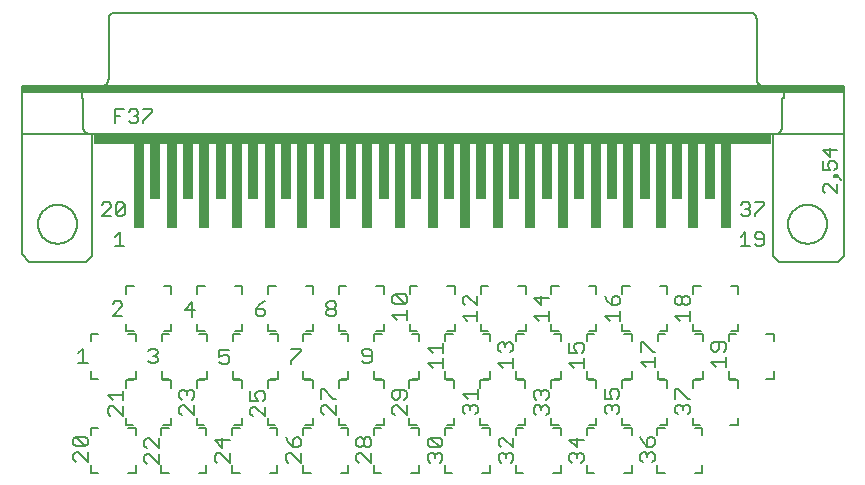
<source format=gto>
G75*
%MOIN*%
%OFA0B0*%
%FSLAX25Y25*%
%IPPOS*%
%LPD*%
%AMOC8*
5,1,8,0,0,1.08239X$1,22.5*
%
%ADD10C,0.00700*%
%ADD11C,0.00600*%
%ADD12C,0.00500*%
%ADD13R,2.25000X0.03000*%
%ADD14R,2.74000X0.02000*%
%ADD15R,0.03200X0.28500*%
%ADD16R,0.03200X0.18500*%
D10*
X0174523Y0023704D02*
X0175340Y0022887D01*
X0174523Y0023704D02*
X0174523Y0025339D01*
X0175340Y0026156D01*
X0176158Y0026156D01*
X0179427Y0022887D01*
X0179427Y0026156D01*
X0178610Y0028043D02*
X0175340Y0031312D01*
X0178610Y0031312D01*
X0179427Y0030495D01*
X0179427Y0028860D01*
X0178610Y0028043D01*
X0175340Y0028043D01*
X0174523Y0028860D01*
X0174523Y0030495D01*
X0175340Y0031312D01*
X0186054Y0039058D02*
X0186872Y0038241D01*
X0186054Y0039058D02*
X0186054Y0040693D01*
X0186872Y0041510D01*
X0187689Y0041510D01*
X0190959Y0038241D01*
X0190959Y0041510D01*
X0190959Y0043397D02*
X0190959Y0046667D01*
X0190959Y0045032D02*
X0186054Y0045032D01*
X0187689Y0043397D01*
X0209936Y0044411D02*
X0209936Y0046046D01*
X0210754Y0046864D01*
X0211571Y0046864D01*
X0212388Y0046046D01*
X0213206Y0046864D01*
X0214023Y0046864D01*
X0214840Y0046046D01*
X0214840Y0044411D01*
X0214023Y0043594D01*
X0214840Y0041707D02*
X0214840Y0038438D01*
X0211571Y0041707D01*
X0210754Y0041707D01*
X0209936Y0040890D01*
X0209936Y0039255D01*
X0210754Y0038438D01*
X0210754Y0043594D02*
X0209936Y0044411D01*
X0212388Y0045229D02*
X0212388Y0046046D01*
X0233606Y0046470D02*
X0233606Y0043200D01*
X0236058Y0043200D01*
X0235240Y0044835D01*
X0235240Y0045652D01*
X0236058Y0046470D01*
X0237692Y0046470D01*
X0238510Y0045652D01*
X0238510Y0044018D01*
X0237692Y0043200D01*
X0238510Y0041313D02*
X0238510Y0038044D01*
X0235240Y0041313D01*
X0234423Y0041313D01*
X0233606Y0040496D01*
X0233606Y0038861D01*
X0234423Y0038044D01*
X0224223Y0030919D02*
X0224223Y0027649D01*
X0221771Y0030101D01*
X0226675Y0030101D01*
X0226675Y0025762D02*
X0226675Y0022493D01*
X0223406Y0025762D01*
X0222588Y0025762D01*
X0221771Y0024945D01*
X0221771Y0023310D01*
X0222588Y0022493D01*
X0203096Y0022296D02*
X0199827Y0025565D01*
X0199009Y0025565D01*
X0198192Y0024748D01*
X0198192Y0023113D01*
X0199009Y0022296D01*
X0203096Y0022296D02*
X0203096Y0025565D01*
X0203096Y0027452D02*
X0199827Y0030722D01*
X0199009Y0030722D01*
X0198192Y0029904D01*
X0198192Y0028270D01*
X0199009Y0027452D01*
X0203096Y0027452D02*
X0203096Y0030722D01*
X0245440Y0031116D02*
X0246258Y0029481D01*
X0247892Y0027846D01*
X0247892Y0030298D01*
X0248710Y0031116D01*
X0249527Y0031116D01*
X0250344Y0030298D01*
X0250344Y0028663D01*
X0249527Y0027846D01*
X0247892Y0027846D01*
X0247075Y0025959D02*
X0246258Y0025959D01*
X0245440Y0025142D01*
X0245440Y0023507D01*
X0246258Y0022690D01*
X0247075Y0025959D02*
X0250344Y0022690D01*
X0250344Y0025959D01*
X0268913Y0025142D02*
X0268913Y0023507D01*
X0269730Y0022690D01*
X0270547Y0025959D02*
X0273817Y0022690D01*
X0273817Y0025959D01*
X0272999Y0027846D02*
X0272182Y0027846D01*
X0271365Y0028663D01*
X0271365Y0030298D01*
X0272182Y0031116D01*
X0272999Y0031116D01*
X0273817Y0030298D01*
X0273817Y0028663D01*
X0272999Y0027846D01*
X0271365Y0028663D02*
X0270547Y0027846D01*
X0269730Y0027846D01*
X0268913Y0028663D01*
X0268913Y0030298D01*
X0269730Y0031116D01*
X0270547Y0031116D01*
X0271365Y0030298D01*
X0270547Y0025959D02*
X0269730Y0025959D01*
X0268913Y0025142D01*
X0292688Y0025035D02*
X0292688Y0023401D01*
X0293506Y0022583D01*
X0295140Y0024218D02*
X0295140Y0025035D01*
X0295958Y0025853D01*
X0296775Y0025853D01*
X0297592Y0025035D01*
X0297592Y0023401D01*
X0296775Y0022583D01*
X0295140Y0025035D02*
X0294323Y0025853D01*
X0293506Y0025853D01*
X0292688Y0025035D01*
X0293506Y0027740D02*
X0292688Y0028557D01*
X0292688Y0030192D01*
X0293506Y0031009D01*
X0296775Y0027740D01*
X0297592Y0028557D01*
X0297592Y0030192D01*
X0296775Y0031009D01*
X0293506Y0031009D01*
X0293506Y0027740D02*
X0296775Y0027740D01*
X0316291Y0028557D02*
X0317108Y0027740D01*
X0316291Y0028557D02*
X0316291Y0030192D01*
X0317108Y0031009D01*
X0317925Y0031009D01*
X0321195Y0027740D01*
X0321195Y0031009D01*
X0320377Y0025853D02*
X0321195Y0025035D01*
X0321195Y0023401D01*
X0320377Y0022583D01*
X0318743Y0024218D02*
X0318743Y0025035D01*
X0319560Y0025853D01*
X0320377Y0025853D01*
X0318743Y0025035D02*
X0317925Y0025853D01*
X0317108Y0025853D01*
X0316291Y0025035D01*
X0316291Y0023401D01*
X0317108Y0022583D01*
X0339846Y0023401D02*
X0340663Y0022583D01*
X0339846Y0023401D02*
X0339846Y0025035D01*
X0340663Y0025853D01*
X0341480Y0025853D01*
X0342298Y0025035D01*
X0343115Y0025853D01*
X0343933Y0025853D01*
X0344750Y0025035D01*
X0344750Y0023401D01*
X0343933Y0022583D01*
X0342298Y0024218D02*
X0342298Y0025035D01*
X0342298Y0027740D02*
X0342298Y0031009D01*
X0344750Y0030192D02*
X0339846Y0030192D01*
X0342298Y0027740D01*
X0363499Y0025232D02*
X0363499Y0023598D01*
X0364317Y0022780D01*
X0365951Y0024415D02*
X0365951Y0025232D01*
X0366769Y0026050D01*
X0367586Y0026050D01*
X0368403Y0025232D01*
X0368403Y0023598D01*
X0367586Y0022780D01*
X0365951Y0025232D02*
X0365134Y0026050D01*
X0364317Y0026050D01*
X0363499Y0025232D01*
X0365951Y0027937D02*
X0365951Y0030389D01*
X0366769Y0031206D01*
X0367586Y0031206D01*
X0368403Y0030389D01*
X0368403Y0028754D01*
X0367586Y0027937D01*
X0365951Y0027937D01*
X0364317Y0029571D01*
X0363499Y0031206D01*
X0355767Y0038725D02*
X0356585Y0039542D01*
X0356585Y0041177D01*
X0355767Y0041995D01*
X0354950Y0041995D01*
X0354132Y0041177D01*
X0354132Y0040360D01*
X0354132Y0041177D02*
X0353315Y0041995D01*
X0352498Y0041995D01*
X0351680Y0041177D01*
X0351680Y0039542D01*
X0352498Y0038725D01*
X0351680Y0043881D02*
X0354132Y0043881D01*
X0353315Y0045516D01*
X0353315Y0046334D01*
X0354132Y0047151D01*
X0355767Y0047151D01*
X0356585Y0046334D01*
X0356585Y0044699D01*
X0355767Y0043881D01*
X0351680Y0043881D02*
X0351680Y0047151D01*
X0344829Y0054142D02*
X0344829Y0057412D01*
X0344829Y0055777D02*
X0339924Y0055777D01*
X0341559Y0054142D01*
X0342377Y0059299D02*
X0341559Y0060934D01*
X0341559Y0061751D01*
X0342377Y0062568D01*
X0344011Y0062568D01*
X0344829Y0061751D01*
X0344829Y0060116D01*
X0344011Y0059299D01*
X0342377Y0059299D02*
X0339924Y0059299D01*
X0339924Y0062568D01*
X0332994Y0069890D02*
X0332994Y0073160D01*
X0332994Y0071525D02*
X0328090Y0071525D01*
X0329725Y0069890D01*
X0330542Y0075047D02*
X0330542Y0078316D01*
X0332994Y0077499D02*
X0328090Y0077499D01*
X0330542Y0075047D01*
X0309218Y0075047D02*
X0305949Y0078316D01*
X0305132Y0078316D01*
X0304314Y0077499D01*
X0304314Y0075864D01*
X0305132Y0075047D01*
X0309218Y0075047D02*
X0309218Y0078316D01*
X0309218Y0073160D02*
X0309218Y0069890D01*
X0309218Y0071525D02*
X0304314Y0071525D01*
X0305949Y0069890D01*
X0297671Y0062568D02*
X0297671Y0059299D01*
X0297671Y0060934D02*
X0292767Y0060934D01*
X0294402Y0059299D01*
X0297671Y0057412D02*
X0297671Y0054142D01*
X0297671Y0055777D02*
X0292767Y0055777D01*
X0294402Y0054142D01*
X0285758Y0046137D02*
X0284940Y0046954D01*
X0281671Y0046954D01*
X0280854Y0046137D01*
X0280854Y0044502D01*
X0281671Y0043685D01*
X0282488Y0043685D01*
X0283306Y0044502D01*
X0283306Y0046954D01*
X0285758Y0046137D02*
X0285758Y0044502D01*
X0284940Y0043685D01*
X0285758Y0041798D02*
X0285758Y0038528D01*
X0282488Y0041798D01*
X0281671Y0041798D01*
X0280854Y0040980D01*
X0280854Y0039346D01*
X0281671Y0038528D01*
X0262088Y0038635D02*
X0258819Y0041904D01*
X0258002Y0041904D01*
X0257184Y0041087D01*
X0257184Y0039452D01*
X0258002Y0038635D01*
X0262088Y0038635D02*
X0262088Y0041904D01*
X0262088Y0043791D02*
X0261271Y0043791D01*
X0258002Y0047060D01*
X0257184Y0047060D01*
X0257184Y0043791D01*
X0247048Y0055680D02*
X0247048Y0056497D01*
X0250317Y0059767D01*
X0250317Y0060584D01*
X0247048Y0060584D01*
X0226542Y0060297D02*
X0223272Y0060297D01*
X0223272Y0057845D01*
X0224907Y0058662D01*
X0225725Y0058662D01*
X0226542Y0057845D01*
X0226542Y0056210D01*
X0225725Y0055393D01*
X0224090Y0055393D01*
X0223272Y0056210D01*
X0202766Y0056604D02*
X0201949Y0055786D01*
X0200314Y0055786D01*
X0199497Y0056604D01*
X0201132Y0058238D02*
X0201949Y0058238D01*
X0202766Y0057421D01*
X0202766Y0056604D01*
X0201949Y0058238D02*
X0202766Y0059056D01*
X0202766Y0059873D01*
X0201949Y0060690D01*
X0200314Y0060690D01*
X0199497Y0059873D01*
X0179491Y0055786D02*
X0176221Y0055786D01*
X0177856Y0055786D02*
X0177856Y0060690D01*
X0176221Y0059056D01*
X0187662Y0071534D02*
X0190932Y0074804D01*
X0190932Y0075621D01*
X0190114Y0076438D01*
X0188480Y0076438D01*
X0187662Y0075621D01*
X0187662Y0071534D02*
X0190932Y0071534D01*
X0211725Y0073593D02*
X0214995Y0073593D01*
X0214177Y0076045D02*
X0211725Y0073593D01*
X0214177Y0071141D02*
X0214177Y0076045D01*
X0235304Y0073986D02*
X0235304Y0072352D01*
X0236121Y0071534D01*
X0237756Y0071534D01*
X0238573Y0072352D01*
X0238573Y0073169D01*
X0237756Y0073986D01*
X0235304Y0073986D01*
X0236939Y0075621D01*
X0238573Y0076438D01*
X0258883Y0075621D02*
X0258883Y0074804D01*
X0259700Y0073986D01*
X0261335Y0073986D01*
X0262152Y0073169D01*
X0262152Y0072352D01*
X0261335Y0071534D01*
X0259700Y0071534D01*
X0258883Y0072352D01*
X0258883Y0073169D01*
X0259700Y0073986D01*
X0261335Y0073986D02*
X0262152Y0074804D01*
X0262152Y0075621D01*
X0261335Y0076438D01*
X0259700Y0076438D01*
X0258883Y0075621D01*
X0280932Y0076258D02*
X0280932Y0077893D01*
X0281750Y0078710D01*
X0285019Y0075441D01*
X0285836Y0076258D01*
X0285836Y0077893D01*
X0285019Y0078710D01*
X0281750Y0078710D01*
X0280932Y0076258D02*
X0281750Y0075441D01*
X0285019Y0075441D01*
X0285836Y0073554D02*
X0285836Y0070284D01*
X0285836Y0071919D02*
X0280932Y0071919D01*
X0282567Y0070284D01*
X0273169Y0060690D02*
X0271535Y0060690D01*
X0270717Y0059873D01*
X0270717Y0059056D01*
X0271535Y0058238D01*
X0273987Y0058238D01*
X0273987Y0056604D02*
X0273987Y0059873D01*
X0273169Y0060690D01*
X0273987Y0056604D02*
X0273169Y0055786D01*
X0271535Y0055786D01*
X0270717Y0056604D01*
X0304417Y0045516D02*
X0309321Y0045516D01*
X0309321Y0043881D02*
X0309321Y0047151D01*
X0306051Y0043881D02*
X0304417Y0045516D01*
X0305234Y0041995D02*
X0304417Y0041177D01*
X0304417Y0039542D01*
X0305234Y0038725D01*
X0306869Y0040360D02*
X0306869Y0041177D01*
X0307686Y0041995D01*
X0308503Y0041995D01*
X0309321Y0041177D01*
X0309321Y0039542D01*
X0308503Y0038725D01*
X0306869Y0041177D02*
X0306051Y0041995D01*
X0305234Y0041995D01*
X0328102Y0040980D02*
X0328919Y0041798D01*
X0329736Y0041798D01*
X0330554Y0040980D01*
X0331371Y0041798D01*
X0332188Y0041798D01*
X0333006Y0040980D01*
X0333006Y0039346D01*
X0332188Y0038528D01*
X0330554Y0040163D02*
X0330554Y0040980D01*
X0328102Y0040980D02*
X0328102Y0039346D01*
X0328919Y0038528D01*
X0328919Y0043685D02*
X0328102Y0044502D01*
X0328102Y0046137D01*
X0328919Y0046954D01*
X0329736Y0046954D01*
X0330554Y0046137D01*
X0331371Y0046954D01*
X0332188Y0046954D01*
X0333006Y0046137D01*
X0333006Y0044502D01*
X0332188Y0043685D01*
X0330554Y0045319D02*
X0330554Y0046137D01*
X0321053Y0054339D02*
X0321053Y0057609D01*
X0321053Y0055974D02*
X0316149Y0055974D01*
X0317784Y0054339D01*
X0316966Y0059496D02*
X0316149Y0060313D01*
X0316149Y0061948D01*
X0316966Y0062765D01*
X0317784Y0062765D01*
X0318601Y0061948D01*
X0319418Y0062765D01*
X0320236Y0062765D01*
X0321053Y0061948D01*
X0321053Y0060313D01*
X0320236Y0059496D01*
X0318601Y0061130D02*
X0318601Y0061948D01*
X0351759Y0071525D02*
X0356663Y0071525D01*
X0356663Y0069890D02*
X0356663Y0073160D01*
X0355846Y0075047D02*
X0356663Y0075864D01*
X0356663Y0077499D01*
X0355846Y0078316D01*
X0355029Y0078316D01*
X0354211Y0077499D01*
X0354211Y0075047D01*
X0355846Y0075047D01*
X0354211Y0075047D02*
X0352576Y0076682D01*
X0351759Y0078316D01*
X0351759Y0071525D02*
X0353394Y0069890D01*
X0363700Y0062962D02*
X0364517Y0062962D01*
X0367787Y0059693D01*
X0368604Y0059693D01*
X0368604Y0057806D02*
X0368604Y0054536D01*
X0368604Y0056171D02*
X0363700Y0056171D01*
X0365335Y0054536D01*
X0363700Y0059693D02*
X0363700Y0062962D01*
X0375141Y0071525D02*
X0376776Y0069890D01*
X0375141Y0071525D02*
X0380045Y0071525D01*
X0380045Y0069890D02*
X0380045Y0073160D01*
X0379228Y0075047D02*
X0378410Y0075047D01*
X0377593Y0075864D01*
X0377593Y0077499D01*
X0378410Y0078316D01*
X0379228Y0078316D01*
X0380045Y0077499D01*
X0380045Y0075864D01*
X0379228Y0075047D01*
X0377593Y0075864D02*
X0376776Y0075047D01*
X0375958Y0075047D01*
X0375141Y0075864D01*
X0375141Y0077499D01*
X0375958Y0078316D01*
X0376776Y0078316D01*
X0377593Y0077499D01*
X0388080Y0062962D02*
X0387263Y0062145D01*
X0387263Y0060510D01*
X0388080Y0059693D01*
X0388898Y0059693D01*
X0389715Y0060510D01*
X0389715Y0062962D01*
X0391350Y0062962D02*
X0388080Y0062962D01*
X0391350Y0062962D02*
X0392167Y0062145D01*
X0392167Y0060510D01*
X0391350Y0059693D01*
X0392167Y0057806D02*
X0392167Y0054536D01*
X0392167Y0056171D02*
X0387263Y0056171D01*
X0388898Y0054536D01*
X0379346Y0043881D02*
X0376076Y0047151D01*
X0375259Y0047151D01*
X0375259Y0043881D01*
X0376076Y0041995D02*
X0376894Y0041995D01*
X0377711Y0041177D01*
X0378529Y0041995D01*
X0379346Y0041995D01*
X0380163Y0041177D01*
X0380163Y0039542D01*
X0379346Y0038725D01*
X0377711Y0040360D02*
X0377711Y0041177D01*
X0376076Y0041995D02*
X0375259Y0041177D01*
X0375259Y0039542D01*
X0376076Y0038725D01*
X0379346Y0043881D02*
X0380163Y0043881D01*
D11*
X0381079Y0047594D02*
X0381079Y0050094D01*
X0383579Y0050094D01*
X0384386Y0050685D02*
X0381886Y0050685D01*
X0384386Y0050685D02*
X0384386Y0053185D01*
X0393009Y0053185D02*
X0393009Y0050685D01*
X0395509Y0050685D01*
X0396079Y0050094D02*
X0396079Y0047594D01*
X0396079Y0050094D02*
X0393579Y0050094D01*
X0405509Y0050685D02*
X0408009Y0050685D01*
X0408009Y0053185D01*
X0408009Y0063185D02*
X0408009Y0065685D01*
X0405509Y0065685D01*
X0396198Y0066433D02*
X0393698Y0066433D01*
X0393009Y0065685D02*
X0395509Y0065685D01*
X0396198Y0066433D02*
X0396198Y0068933D01*
X0393009Y0065685D02*
X0393009Y0063185D01*
X0384386Y0063185D02*
X0384386Y0065685D01*
X0381886Y0065685D01*
X0381198Y0066433D02*
X0381198Y0068933D01*
X0381198Y0066433D02*
X0383698Y0066433D01*
X0372575Y0066433D02*
X0370075Y0066433D01*
X0369386Y0065685D02*
X0371886Y0065685D01*
X0372575Y0066433D02*
X0372575Y0068933D01*
X0369386Y0065685D02*
X0369386Y0063185D01*
X0360764Y0063185D02*
X0360764Y0065685D01*
X0358264Y0065685D01*
X0357575Y0066433D02*
X0357575Y0068933D01*
X0357575Y0066433D02*
X0360075Y0066433D01*
X0348953Y0066433D02*
X0346453Y0066433D01*
X0345764Y0065685D02*
X0348264Y0065685D01*
X0348953Y0066433D02*
X0348953Y0068933D01*
X0345764Y0065685D02*
X0345764Y0063185D01*
X0337142Y0063185D02*
X0337142Y0065685D01*
X0334642Y0065685D01*
X0333953Y0066433D02*
X0333953Y0068933D01*
X0333953Y0066433D02*
X0336453Y0066433D01*
X0325331Y0066433D02*
X0322831Y0066433D01*
X0322142Y0065685D02*
X0324642Y0065685D01*
X0325331Y0066433D02*
X0325331Y0068933D01*
X0322142Y0065685D02*
X0322142Y0063185D01*
X0313520Y0063185D02*
X0313520Y0065685D01*
X0311020Y0065685D01*
X0310331Y0066433D02*
X0310331Y0068933D01*
X0310331Y0066433D02*
X0312831Y0066433D01*
X0301709Y0066433D02*
X0299209Y0066433D01*
X0298520Y0065685D02*
X0301020Y0065685D01*
X0301709Y0066433D02*
X0301709Y0068933D01*
X0298520Y0065685D02*
X0298520Y0063185D01*
X0289898Y0063185D02*
X0289898Y0065685D01*
X0287398Y0065685D01*
X0286709Y0066433D02*
X0286709Y0068933D01*
X0286709Y0066433D02*
X0289209Y0066433D01*
X0278087Y0066433D02*
X0275587Y0066433D01*
X0274898Y0065685D02*
X0277398Y0065685D01*
X0278087Y0066433D02*
X0278087Y0068933D01*
X0274898Y0065685D02*
X0274898Y0063185D01*
X0266276Y0063185D02*
X0266276Y0065685D01*
X0263776Y0065685D01*
X0263087Y0066433D02*
X0263087Y0068933D01*
X0263087Y0066433D02*
X0265587Y0066433D01*
X0254465Y0066433D02*
X0251965Y0066433D01*
X0251276Y0065685D02*
X0253776Y0065685D01*
X0254465Y0066433D02*
X0254465Y0068933D01*
X0251276Y0065685D02*
X0251276Y0063185D01*
X0242654Y0063185D02*
X0242654Y0065685D01*
X0240154Y0065685D01*
X0239465Y0066433D02*
X0239465Y0068933D01*
X0239465Y0066433D02*
X0241965Y0066433D01*
X0230843Y0066433D02*
X0228343Y0066433D01*
X0227654Y0065685D02*
X0230154Y0065685D01*
X0230843Y0066433D02*
X0230843Y0068933D01*
X0227654Y0065685D02*
X0227654Y0063185D01*
X0219032Y0063185D02*
X0219032Y0065685D01*
X0216532Y0065685D01*
X0215843Y0066433D02*
X0215843Y0068933D01*
X0215843Y0066433D02*
X0218343Y0066433D01*
X0207221Y0066433D02*
X0204721Y0066433D01*
X0204032Y0065685D02*
X0206532Y0065685D01*
X0207221Y0066433D02*
X0207221Y0068933D01*
X0204032Y0065685D02*
X0204032Y0063185D01*
X0195410Y0063185D02*
X0195410Y0065685D01*
X0192910Y0065685D01*
X0192221Y0066433D02*
X0192221Y0068933D01*
X0192221Y0066433D02*
X0194721Y0066433D01*
X0182910Y0065685D02*
X0180410Y0065685D01*
X0180410Y0063185D01*
X0180410Y0053185D02*
X0180410Y0050685D01*
X0182910Y0050685D01*
X0192103Y0050094D02*
X0192103Y0047594D01*
X0192103Y0050094D02*
X0194603Y0050094D01*
X0195410Y0050685D02*
X0192910Y0050685D01*
X0195410Y0050685D02*
X0195410Y0053185D01*
X0204032Y0053185D02*
X0204032Y0050685D01*
X0206532Y0050685D01*
X0207103Y0050094D02*
X0207103Y0047594D01*
X0207103Y0050094D02*
X0204603Y0050094D01*
X0215725Y0050094D02*
X0215725Y0047594D01*
X0215725Y0050094D02*
X0218225Y0050094D01*
X0219032Y0050685D02*
X0216532Y0050685D01*
X0219032Y0050685D02*
X0219032Y0053185D01*
X0227654Y0053185D02*
X0227654Y0050685D01*
X0230154Y0050685D01*
X0230725Y0050094D02*
X0230725Y0047594D01*
X0230725Y0050094D02*
X0228225Y0050094D01*
X0239347Y0050094D02*
X0239347Y0047594D01*
X0239347Y0050094D02*
X0241847Y0050094D01*
X0242654Y0050685D02*
X0240154Y0050685D01*
X0242654Y0050685D02*
X0242654Y0053185D01*
X0251276Y0053185D02*
X0251276Y0050685D01*
X0253776Y0050685D01*
X0254347Y0050094D02*
X0254347Y0047594D01*
X0254347Y0050094D02*
X0251847Y0050094D01*
X0262969Y0050094D02*
X0262969Y0047594D01*
X0262969Y0050094D02*
X0265469Y0050094D01*
X0266276Y0050685D02*
X0263776Y0050685D01*
X0266276Y0050685D02*
X0266276Y0053185D01*
X0274898Y0053185D02*
X0274898Y0050685D01*
X0277398Y0050685D01*
X0277969Y0050094D02*
X0277969Y0047594D01*
X0277969Y0050094D02*
X0275469Y0050094D01*
X0286591Y0050094D02*
X0286591Y0047594D01*
X0286591Y0050094D02*
X0289091Y0050094D01*
X0289898Y0050685D02*
X0287398Y0050685D01*
X0289898Y0050685D02*
X0289898Y0053185D01*
X0298520Y0053185D02*
X0298520Y0050685D01*
X0301020Y0050685D01*
X0301591Y0050094D02*
X0301591Y0047594D01*
X0301591Y0050094D02*
X0299091Y0050094D01*
X0310213Y0050094D02*
X0310213Y0047594D01*
X0310213Y0050094D02*
X0312713Y0050094D01*
X0313520Y0050685D02*
X0311020Y0050685D01*
X0313520Y0050685D02*
X0313520Y0053185D01*
X0322142Y0053185D02*
X0322142Y0050685D01*
X0324642Y0050685D01*
X0325213Y0050094D02*
X0325213Y0047594D01*
X0325213Y0050094D02*
X0322713Y0050094D01*
X0333835Y0050094D02*
X0333835Y0047594D01*
X0333835Y0050094D02*
X0336335Y0050094D01*
X0337142Y0050685D02*
X0334642Y0050685D01*
X0337142Y0050685D02*
X0337142Y0053185D01*
X0345764Y0053185D02*
X0345764Y0050685D01*
X0348264Y0050685D01*
X0348835Y0050094D02*
X0346335Y0050094D01*
X0348835Y0050094D02*
X0348835Y0047594D01*
X0357457Y0047594D02*
X0357457Y0050094D01*
X0359957Y0050094D01*
X0360764Y0050685D02*
X0358264Y0050685D01*
X0360764Y0050685D02*
X0360764Y0053185D01*
X0369386Y0053185D02*
X0369386Y0050685D01*
X0371886Y0050685D01*
X0372457Y0050094D02*
X0372457Y0047594D01*
X0372457Y0050094D02*
X0369957Y0050094D01*
X0372457Y0037594D02*
X0372457Y0035094D01*
X0369957Y0035094D01*
X0369268Y0034346D02*
X0371768Y0034346D01*
X0369268Y0034346D02*
X0369268Y0031846D01*
X0360646Y0031846D02*
X0360646Y0034346D01*
X0358146Y0034346D01*
X0357457Y0035094D02*
X0357457Y0037594D01*
X0357457Y0035094D02*
X0359957Y0035094D01*
X0348835Y0035094D02*
X0348835Y0037594D01*
X0348835Y0035094D02*
X0346335Y0035094D01*
X0345646Y0034346D02*
X0348146Y0034346D01*
X0345646Y0034346D02*
X0345646Y0031846D01*
X0337024Y0031846D02*
X0337024Y0034346D01*
X0334524Y0034346D01*
X0333835Y0035094D02*
X0333835Y0037594D01*
X0333835Y0035094D02*
X0336335Y0035094D01*
X0325213Y0035094D02*
X0322713Y0035094D01*
X0322024Y0034346D02*
X0324524Y0034346D01*
X0325213Y0035094D02*
X0325213Y0037594D01*
X0322024Y0034346D02*
X0322024Y0031846D01*
X0313402Y0031846D02*
X0313402Y0034346D01*
X0310902Y0034346D01*
X0310213Y0035094D02*
X0310213Y0037594D01*
X0310213Y0035094D02*
X0312713Y0035094D01*
X0301591Y0035094D02*
X0301591Y0037594D01*
X0301591Y0035094D02*
X0299091Y0035094D01*
X0298402Y0034346D02*
X0300902Y0034346D01*
X0298402Y0034346D02*
X0298402Y0031846D01*
X0289780Y0031846D02*
X0289780Y0034346D01*
X0287280Y0034346D01*
X0286591Y0035094D02*
X0286591Y0037594D01*
X0286591Y0035094D02*
X0289091Y0035094D01*
X0277969Y0035094D02*
X0275469Y0035094D01*
X0274780Y0034346D02*
X0277280Y0034346D01*
X0277969Y0035094D02*
X0277969Y0037594D01*
X0274780Y0034346D02*
X0274780Y0031846D01*
X0266158Y0031846D02*
X0266158Y0034346D01*
X0263658Y0034346D01*
X0262969Y0035094D02*
X0262969Y0037594D01*
X0262969Y0035094D02*
X0265469Y0035094D01*
X0254347Y0035094D02*
X0254347Y0037594D01*
X0254347Y0035094D02*
X0251847Y0035094D01*
X0251158Y0034346D02*
X0253658Y0034346D01*
X0251158Y0034346D02*
X0251158Y0031846D01*
X0242536Y0031846D02*
X0242536Y0034346D01*
X0240036Y0034346D01*
X0239347Y0035094D02*
X0241847Y0035094D01*
X0239347Y0035094D02*
X0239347Y0037594D01*
X0230725Y0037594D02*
X0230725Y0035094D01*
X0228225Y0035094D01*
X0227536Y0034346D02*
X0230036Y0034346D01*
X0227536Y0034346D02*
X0227536Y0031846D01*
X0218914Y0031846D02*
X0218914Y0034346D01*
X0216414Y0034346D01*
X0215725Y0035094D02*
X0215725Y0037594D01*
X0215725Y0035094D02*
X0218225Y0035094D01*
X0207103Y0035094D02*
X0204603Y0035094D01*
X0203914Y0034346D02*
X0206414Y0034346D01*
X0207103Y0035094D02*
X0207103Y0037594D01*
X0203914Y0034346D02*
X0203914Y0031846D01*
X0195292Y0031846D02*
X0195292Y0034346D01*
X0192792Y0034346D01*
X0192103Y0035094D02*
X0192103Y0037594D01*
X0192103Y0035094D02*
X0194603Y0035094D01*
X0182792Y0034346D02*
X0180292Y0034346D01*
X0180292Y0031846D01*
X0180292Y0021846D02*
X0180292Y0019346D01*
X0182792Y0019346D01*
X0192792Y0019346D02*
X0195292Y0019346D01*
X0195292Y0021846D01*
X0203914Y0021846D02*
X0203914Y0019346D01*
X0206414Y0019346D01*
X0216414Y0019346D02*
X0218914Y0019346D01*
X0218914Y0021846D01*
X0227536Y0021846D02*
X0227536Y0019346D01*
X0230036Y0019346D01*
X0240036Y0019346D02*
X0242536Y0019346D01*
X0242536Y0021846D01*
X0251158Y0021846D02*
X0251158Y0019346D01*
X0253658Y0019346D01*
X0263658Y0019346D02*
X0266158Y0019346D01*
X0266158Y0021846D01*
X0274780Y0021846D02*
X0274780Y0019346D01*
X0277280Y0019346D01*
X0287280Y0019346D02*
X0289780Y0019346D01*
X0289780Y0021846D01*
X0298402Y0021846D02*
X0298402Y0019346D01*
X0300902Y0019346D01*
X0310902Y0019346D02*
X0313402Y0019346D01*
X0313402Y0021846D01*
X0322024Y0021846D02*
X0322024Y0019346D01*
X0324524Y0019346D01*
X0334524Y0019346D02*
X0337024Y0019346D01*
X0337024Y0021846D01*
X0345646Y0021846D02*
X0345646Y0019346D01*
X0348146Y0019346D01*
X0358146Y0019346D02*
X0360646Y0019346D01*
X0360646Y0021846D01*
X0369268Y0021846D02*
X0369268Y0019346D01*
X0371768Y0019346D01*
X0381768Y0019346D02*
X0384268Y0019346D01*
X0384268Y0021846D01*
X0384268Y0031846D02*
X0384268Y0034346D01*
X0381768Y0034346D01*
X0381079Y0035094D02*
X0381079Y0037594D01*
X0381079Y0035094D02*
X0383579Y0035094D01*
X0393579Y0035094D02*
X0396079Y0035094D01*
X0396079Y0037594D01*
X0396198Y0078933D02*
X0396198Y0081433D01*
X0393698Y0081433D01*
X0383698Y0081433D02*
X0381198Y0081433D01*
X0381198Y0078933D01*
X0372575Y0078933D02*
X0372575Y0081433D01*
X0370075Y0081433D01*
X0360075Y0081433D02*
X0357575Y0081433D01*
X0357575Y0078933D01*
X0348953Y0078933D02*
X0348953Y0081433D01*
X0346453Y0081433D01*
X0336453Y0081433D02*
X0333953Y0081433D01*
X0333953Y0078933D01*
X0325331Y0078933D02*
X0325331Y0081433D01*
X0322831Y0081433D01*
X0312831Y0081433D02*
X0310331Y0081433D01*
X0310331Y0078933D01*
X0301709Y0078933D02*
X0301709Y0081433D01*
X0299209Y0081433D01*
X0289209Y0081433D02*
X0286709Y0081433D01*
X0286709Y0078933D01*
X0278087Y0078933D02*
X0278087Y0081433D01*
X0275587Y0081433D01*
X0265587Y0081433D02*
X0263087Y0081433D01*
X0263087Y0078933D01*
X0254465Y0078933D02*
X0254465Y0081433D01*
X0251965Y0081433D01*
X0241965Y0081433D02*
X0239465Y0081433D01*
X0239465Y0078933D01*
X0230843Y0078933D02*
X0230843Y0081433D01*
X0228343Y0081433D01*
X0218343Y0081433D02*
X0215843Y0081433D01*
X0215843Y0078933D01*
X0207221Y0078933D02*
X0207221Y0081433D01*
X0204721Y0081433D01*
X0194721Y0081433D02*
X0192221Y0081433D01*
X0192221Y0078933D01*
X0180788Y0091661D02*
X0178788Y0089661D01*
X0159788Y0089661D01*
X0157288Y0092161D01*
X0157288Y0131661D01*
X0157288Y0132161D01*
X0157288Y0144161D01*
X0157288Y0146161D01*
X0167288Y0146161D01*
X0177288Y0146161D01*
X0411288Y0146161D01*
X0411288Y0144161D01*
X0410788Y0144161D01*
X0410788Y0134661D01*
X0410786Y0134563D01*
X0410780Y0134465D01*
X0410771Y0134367D01*
X0410757Y0134270D01*
X0410740Y0134173D01*
X0410719Y0134077D01*
X0410694Y0133982D01*
X0410666Y0133888D01*
X0410633Y0133796D01*
X0410598Y0133704D01*
X0410558Y0133614D01*
X0410516Y0133526D01*
X0410469Y0133439D01*
X0410420Y0133355D01*
X0410367Y0133272D01*
X0410311Y0133192D01*
X0410251Y0133113D01*
X0410189Y0133037D01*
X0410124Y0132964D01*
X0410056Y0132893D01*
X0409985Y0132825D01*
X0409912Y0132760D01*
X0409836Y0132698D01*
X0409757Y0132638D01*
X0409677Y0132582D01*
X0409594Y0132529D01*
X0409510Y0132480D01*
X0409423Y0132433D01*
X0409335Y0132391D01*
X0409245Y0132351D01*
X0409153Y0132316D01*
X0409061Y0132283D01*
X0408967Y0132255D01*
X0408872Y0132230D01*
X0408776Y0132209D01*
X0408679Y0132192D01*
X0408582Y0132178D01*
X0408484Y0132169D01*
X0408386Y0132163D01*
X0408288Y0132161D01*
X0407788Y0132161D02*
X0407788Y0091661D01*
X0409788Y0089661D01*
X0429288Y0089661D01*
X0431288Y0091661D01*
X0431288Y0131661D01*
X0431288Y0132161D01*
X0411288Y0132161D01*
X0407788Y0132161D01*
X0406788Y0132161D01*
X0406788Y0129161D01*
X0181788Y0129161D01*
X0181788Y0132161D01*
X0406788Y0132161D01*
X0431288Y0132161D02*
X0431288Y0144161D01*
X0431288Y0146161D01*
X0421288Y0146161D01*
X0411288Y0146161D01*
X0404788Y0148161D02*
X0404690Y0148163D01*
X0404592Y0148169D01*
X0404494Y0148178D01*
X0404397Y0148192D01*
X0404300Y0148209D01*
X0404204Y0148230D01*
X0404109Y0148255D01*
X0404015Y0148283D01*
X0403923Y0148316D01*
X0403831Y0148351D01*
X0403741Y0148391D01*
X0403653Y0148433D01*
X0403566Y0148480D01*
X0403482Y0148529D01*
X0403399Y0148582D01*
X0403319Y0148638D01*
X0403240Y0148698D01*
X0403164Y0148760D01*
X0403091Y0148825D01*
X0403020Y0148893D01*
X0402952Y0148964D01*
X0402887Y0149037D01*
X0402825Y0149113D01*
X0402765Y0149192D01*
X0402709Y0149272D01*
X0402656Y0149355D01*
X0402607Y0149439D01*
X0402560Y0149526D01*
X0402518Y0149614D01*
X0402478Y0149704D01*
X0402443Y0149796D01*
X0402410Y0149888D01*
X0402382Y0149982D01*
X0402357Y0150077D01*
X0402336Y0150173D01*
X0402319Y0150270D01*
X0402305Y0150367D01*
X0402296Y0150465D01*
X0402290Y0150563D01*
X0402288Y0150661D01*
X0402288Y0170661D01*
X0402286Y0170748D01*
X0402280Y0170835D01*
X0402271Y0170922D01*
X0402258Y0171008D01*
X0402241Y0171094D01*
X0402220Y0171179D01*
X0402195Y0171262D01*
X0402167Y0171345D01*
X0402136Y0171426D01*
X0402101Y0171506D01*
X0402062Y0171584D01*
X0402020Y0171661D01*
X0401975Y0171736D01*
X0401926Y0171808D01*
X0401875Y0171879D01*
X0401820Y0171947D01*
X0401763Y0172012D01*
X0401702Y0172075D01*
X0401639Y0172136D01*
X0401574Y0172193D01*
X0401506Y0172248D01*
X0401435Y0172299D01*
X0401363Y0172348D01*
X0401288Y0172393D01*
X0401211Y0172435D01*
X0401133Y0172474D01*
X0401053Y0172509D01*
X0400972Y0172540D01*
X0400889Y0172568D01*
X0400806Y0172593D01*
X0400721Y0172614D01*
X0400635Y0172631D01*
X0400549Y0172644D01*
X0400462Y0172653D01*
X0400375Y0172659D01*
X0400288Y0172661D01*
X0399288Y0172661D01*
X0189288Y0172661D01*
X0188288Y0172661D01*
X0188201Y0172659D01*
X0188114Y0172653D01*
X0188027Y0172644D01*
X0187941Y0172631D01*
X0187855Y0172614D01*
X0187770Y0172593D01*
X0187687Y0172568D01*
X0187604Y0172540D01*
X0187523Y0172509D01*
X0187443Y0172474D01*
X0187365Y0172435D01*
X0187288Y0172393D01*
X0187213Y0172348D01*
X0187141Y0172299D01*
X0187070Y0172248D01*
X0187002Y0172193D01*
X0186937Y0172136D01*
X0186874Y0172075D01*
X0186813Y0172012D01*
X0186756Y0171947D01*
X0186701Y0171879D01*
X0186650Y0171808D01*
X0186601Y0171736D01*
X0186556Y0171661D01*
X0186514Y0171584D01*
X0186475Y0171506D01*
X0186440Y0171426D01*
X0186409Y0171345D01*
X0186381Y0171262D01*
X0186356Y0171179D01*
X0186335Y0171094D01*
X0186318Y0171008D01*
X0186305Y0170922D01*
X0186296Y0170835D01*
X0186290Y0170748D01*
X0186288Y0170661D01*
X0186288Y0150661D01*
X0186286Y0150563D01*
X0186280Y0150465D01*
X0186271Y0150367D01*
X0186257Y0150270D01*
X0186240Y0150173D01*
X0186219Y0150077D01*
X0186194Y0149982D01*
X0186166Y0149888D01*
X0186133Y0149796D01*
X0186098Y0149704D01*
X0186058Y0149614D01*
X0186016Y0149526D01*
X0185969Y0149439D01*
X0185920Y0149355D01*
X0185867Y0149272D01*
X0185811Y0149192D01*
X0185751Y0149113D01*
X0185689Y0149037D01*
X0185624Y0148964D01*
X0185556Y0148893D01*
X0185485Y0148825D01*
X0185412Y0148760D01*
X0185336Y0148698D01*
X0185257Y0148638D01*
X0185177Y0148582D01*
X0185094Y0148529D01*
X0185010Y0148480D01*
X0184923Y0148433D01*
X0184835Y0148391D01*
X0184745Y0148351D01*
X0184653Y0148316D01*
X0184561Y0148283D01*
X0184467Y0148255D01*
X0184372Y0148230D01*
X0184276Y0148209D01*
X0184179Y0148192D01*
X0184082Y0148178D01*
X0183984Y0148169D01*
X0183886Y0148163D01*
X0183788Y0148161D01*
X0187788Y0148161D02*
X0157288Y0148161D01*
X0157288Y0146161D01*
X0177288Y0146161D02*
X0177288Y0144161D01*
X0177788Y0144161D01*
X0177788Y0134661D01*
X0177790Y0134563D01*
X0177796Y0134465D01*
X0177805Y0134367D01*
X0177819Y0134270D01*
X0177836Y0134173D01*
X0177857Y0134077D01*
X0177882Y0133982D01*
X0177910Y0133888D01*
X0177943Y0133796D01*
X0177978Y0133704D01*
X0178018Y0133614D01*
X0178060Y0133526D01*
X0178107Y0133439D01*
X0178156Y0133355D01*
X0178209Y0133272D01*
X0178265Y0133192D01*
X0178325Y0133113D01*
X0178387Y0133037D01*
X0178452Y0132964D01*
X0178520Y0132893D01*
X0178591Y0132825D01*
X0178664Y0132760D01*
X0178740Y0132698D01*
X0178819Y0132638D01*
X0178899Y0132582D01*
X0178982Y0132529D01*
X0179066Y0132480D01*
X0179153Y0132433D01*
X0179241Y0132391D01*
X0179331Y0132351D01*
X0179423Y0132316D01*
X0179515Y0132283D01*
X0179609Y0132255D01*
X0179704Y0132230D01*
X0179800Y0132209D01*
X0179897Y0132192D01*
X0179994Y0132178D01*
X0180092Y0132169D01*
X0180190Y0132163D01*
X0180288Y0132161D01*
X0180788Y0132161D02*
X0180788Y0091661D01*
X0162788Y0102161D02*
X0162790Y0102322D01*
X0162796Y0102482D01*
X0162806Y0102643D01*
X0162820Y0102803D01*
X0162838Y0102963D01*
X0162859Y0103122D01*
X0162885Y0103281D01*
X0162915Y0103439D01*
X0162948Y0103596D01*
X0162986Y0103753D01*
X0163027Y0103908D01*
X0163072Y0104062D01*
X0163121Y0104215D01*
X0163174Y0104367D01*
X0163230Y0104518D01*
X0163291Y0104667D01*
X0163354Y0104815D01*
X0163422Y0104961D01*
X0163493Y0105105D01*
X0163567Y0105247D01*
X0163645Y0105388D01*
X0163727Y0105526D01*
X0163812Y0105663D01*
X0163900Y0105797D01*
X0163992Y0105929D01*
X0164087Y0106059D01*
X0164185Y0106187D01*
X0164286Y0106312D01*
X0164390Y0106434D01*
X0164497Y0106554D01*
X0164607Y0106671D01*
X0164720Y0106786D01*
X0164836Y0106897D01*
X0164955Y0107006D01*
X0165076Y0107111D01*
X0165200Y0107214D01*
X0165326Y0107314D01*
X0165454Y0107410D01*
X0165585Y0107503D01*
X0165719Y0107593D01*
X0165854Y0107680D01*
X0165992Y0107763D01*
X0166131Y0107843D01*
X0166273Y0107919D01*
X0166416Y0107992D01*
X0166561Y0108061D01*
X0166708Y0108127D01*
X0166856Y0108189D01*
X0167006Y0108247D01*
X0167157Y0108302D01*
X0167310Y0108353D01*
X0167464Y0108400D01*
X0167619Y0108443D01*
X0167775Y0108482D01*
X0167931Y0108518D01*
X0168089Y0108549D01*
X0168247Y0108577D01*
X0168406Y0108601D01*
X0168566Y0108621D01*
X0168726Y0108637D01*
X0168886Y0108649D01*
X0169047Y0108657D01*
X0169208Y0108661D01*
X0169368Y0108661D01*
X0169529Y0108657D01*
X0169690Y0108649D01*
X0169850Y0108637D01*
X0170010Y0108621D01*
X0170170Y0108601D01*
X0170329Y0108577D01*
X0170487Y0108549D01*
X0170645Y0108518D01*
X0170801Y0108482D01*
X0170957Y0108443D01*
X0171112Y0108400D01*
X0171266Y0108353D01*
X0171419Y0108302D01*
X0171570Y0108247D01*
X0171720Y0108189D01*
X0171868Y0108127D01*
X0172015Y0108061D01*
X0172160Y0107992D01*
X0172303Y0107919D01*
X0172445Y0107843D01*
X0172584Y0107763D01*
X0172722Y0107680D01*
X0172857Y0107593D01*
X0172991Y0107503D01*
X0173122Y0107410D01*
X0173250Y0107314D01*
X0173376Y0107214D01*
X0173500Y0107111D01*
X0173621Y0107006D01*
X0173740Y0106897D01*
X0173856Y0106786D01*
X0173969Y0106671D01*
X0174079Y0106554D01*
X0174186Y0106434D01*
X0174290Y0106312D01*
X0174391Y0106187D01*
X0174489Y0106059D01*
X0174584Y0105929D01*
X0174676Y0105797D01*
X0174764Y0105663D01*
X0174849Y0105526D01*
X0174931Y0105388D01*
X0175009Y0105247D01*
X0175083Y0105105D01*
X0175154Y0104961D01*
X0175222Y0104815D01*
X0175285Y0104667D01*
X0175346Y0104518D01*
X0175402Y0104367D01*
X0175455Y0104215D01*
X0175504Y0104062D01*
X0175549Y0103908D01*
X0175590Y0103753D01*
X0175628Y0103596D01*
X0175661Y0103439D01*
X0175691Y0103281D01*
X0175717Y0103122D01*
X0175738Y0102963D01*
X0175756Y0102803D01*
X0175770Y0102643D01*
X0175780Y0102482D01*
X0175786Y0102322D01*
X0175788Y0102161D01*
X0175786Y0102000D01*
X0175780Y0101840D01*
X0175770Y0101679D01*
X0175756Y0101519D01*
X0175738Y0101359D01*
X0175717Y0101200D01*
X0175691Y0101041D01*
X0175661Y0100883D01*
X0175628Y0100726D01*
X0175590Y0100569D01*
X0175549Y0100414D01*
X0175504Y0100260D01*
X0175455Y0100107D01*
X0175402Y0099955D01*
X0175346Y0099804D01*
X0175285Y0099655D01*
X0175222Y0099507D01*
X0175154Y0099361D01*
X0175083Y0099217D01*
X0175009Y0099075D01*
X0174931Y0098934D01*
X0174849Y0098796D01*
X0174764Y0098659D01*
X0174676Y0098525D01*
X0174584Y0098393D01*
X0174489Y0098263D01*
X0174391Y0098135D01*
X0174290Y0098010D01*
X0174186Y0097888D01*
X0174079Y0097768D01*
X0173969Y0097651D01*
X0173856Y0097536D01*
X0173740Y0097425D01*
X0173621Y0097316D01*
X0173500Y0097211D01*
X0173376Y0097108D01*
X0173250Y0097008D01*
X0173122Y0096912D01*
X0172991Y0096819D01*
X0172857Y0096729D01*
X0172722Y0096642D01*
X0172584Y0096559D01*
X0172445Y0096479D01*
X0172303Y0096403D01*
X0172160Y0096330D01*
X0172015Y0096261D01*
X0171868Y0096195D01*
X0171720Y0096133D01*
X0171570Y0096075D01*
X0171419Y0096020D01*
X0171266Y0095969D01*
X0171112Y0095922D01*
X0170957Y0095879D01*
X0170801Y0095840D01*
X0170645Y0095804D01*
X0170487Y0095773D01*
X0170329Y0095745D01*
X0170170Y0095721D01*
X0170010Y0095701D01*
X0169850Y0095685D01*
X0169690Y0095673D01*
X0169529Y0095665D01*
X0169368Y0095661D01*
X0169208Y0095661D01*
X0169047Y0095665D01*
X0168886Y0095673D01*
X0168726Y0095685D01*
X0168566Y0095701D01*
X0168406Y0095721D01*
X0168247Y0095745D01*
X0168089Y0095773D01*
X0167931Y0095804D01*
X0167775Y0095840D01*
X0167619Y0095879D01*
X0167464Y0095922D01*
X0167310Y0095969D01*
X0167157Y0096020D01*
X0167006Y0096075D01*
X0166856Y0096133D01*
X0166708Y0096195D01*
X0166561Y0096261D01*
X0166416Y0096330D01*
X0166273Y0096403D01*
X0166131Y0096479D01*
X0165992Y0096559D01*
X0165854Y0096642D01*
X0165719Y0096729D01*
X0165585Y0096819D01*
X0165454Y0096912D01*
X0165326Y0097008D01*
X0165200Y0097108D01*
X0165076Y0097211D01*
X0164955Y0097316D01*
X0164836Y0097425D01*
X0164720Y0097536D01*
X0164607Y0097651D01*
X0164497Y0097768D01*
X0164390Y0097888D01*
X0164286Y0098010D01*
X0164185Y0098135D01*
X0164087Y0098263D01*
X0163992Y0098393D01*
X0163900Y0098525D01*
X0163812Y0098659D01*
X0163727Y0098796D01*
X0163645Y0098934D01*
X0163567Y0099075D01*
X0163493Y0099217D01*
X0163422Y0099361D01*
X0163354Y0099507D01*
X0163291Y0099655D01*
X0163230Y0099804D01*
X0163174Y0099955D01*
X0163121Y0100107D01*
X0163072Y0100260D01*
X0163027Y0100414D01*
X0162986Y0100569D01*
X0162948Y0100726D01*
X0162915Y0100883D01*
X0162885Y0101041D01*
X0162859Y0101200D01*
X0162838Y0101359D01*
X0162820Y0101519D01*
X0162806Y0101679D01*
X0162796Y0101840D01*
X0162790Y0102000D01*
X0162788Y0102161D01*
X0157288Y0132161D02*
X0177288Y0132161D01*
X0180788Y0132161D01*
X0181788Y0132161D01*
X0187788Y0148161D02*
X0400788Y0148161D01*
X0431288Y0148161D01*
X0431288Y0146161D01*
X0412788Y0102161D02*
X0412790Y0102322D01*
X0412796Y0102482D01*
X0412806Y0102643D01*
X0412820Y0102803D01*
X0412838Y0102963D01*
X0412859Y0103122D01*
X0412885Y0103281D01*
X0412915Y0103439D01*
X0412948Y0103596D01*
X0412986Y0103753D01*
X0413027Y0103908D01*
X0413072Y0104062D01*
X0413121Y0104215D01*
X0413174Y0104367D01*
X0413230Y0104518D01*
X0413291Y0104667D01*
X0413354Y0104815D01*
X0413422Y0104961D01*
X0413493Y0105105D01*
X0413567Y0105247D01*
X0413645Y0105388D01*
X0413727Y0105526D01*
X0413812Y0105663D01*
X0413900Y0105797D01*
X0413992Y0105929D01*
X0414087Y0106059D01*
X0414185Y0106187D01*
X0414286Y0106312D01*
X0414390Y0106434D01*
X0414497Y0106554D01*
X0414607Y0106671D01*
X0414720Y0106786D01*
X0414836Y0106897D01*
X0414955Y0107006D01*
X0415076Y0107111D01*
X0415200Y0107214D01*
X0415326Y0107314D01*
X0415454Y0107410D01*
X0415585Y0107503D01*
X0415719Y0107593D01*
X0415854Y0107680D01*
X0415992Y0107763D01*
X0416131Y0107843D01*
X0416273Y0107919D01*
X0416416Y0107992D01*
X0416561Y0108061D01*
X0416708Y0108127D01*
X0416856Y0108189D01*
X0417006Y0108247D01*
X0417157Y0108302D01*
X0417310Y0108353D01*
X0417464Y0108400D01*
X0417619Y0108443D01*
X0417775Y0108482D01*
X0417931Y0108518D01*
X0418089Y0108549D01*
X0418247Y0108577D01*
X0418406Y0108601D01*
X0418566Y0108621D01*
X0418726Y0108637D01*
X0418886Y0108649D01*
X0419047Y0108657D01*
X0419208Y0108661D01*
X0419368Y0108661D01*
X0419529Y0108657D01*
X0419690Y0108649D01*
X0419850Y0108637D01*
X0420010Y0108621D01*
X0420170Y0108601D01*
X0420329Y0108577D01*
X0420487Y0108549D01*
X0420645Y0108518D01*
X0420801Y0108482D01*
X0420957Y0108443D01*
X0421112Y0108400D01*
X0421266Y0108353D01*
X0421419Y0108302D01*
X0421570Y0108247D01*
X0421720Y0108189D01*
X0421868Y0108127D01*
X0422015Y0108061D01*
X0422160Y0107992D01*
X0422303Y0107919D01*
X0422445Y0107843D01*
X0422584Y0107763D01*
X0422722Y0107680D01*
X0422857Y0107593D01*
X0422991Y0107503D01*
X0423122Y0107410D01*
X0423250Y0107314D01*
X0423376Y0107214D01*
X0423500Y0107111D01*
X0423621Y0107006D01*
X0423740Y0106897D01*
X0423856Y0106786D01*
X0423969Y0106671D01*
X0424079Y0106554D01*
X0424186Y0106434D01*
X0424290Y0106312D01*
X0424391Y0106187D01*
X0424489Y0106059D01*
X0424584Y0105929D01*
X0424676Y0105797D01*
X0424764Y0105663D01*
X0424849Y0105526D01*
X0424931Y0105388D01*
X0425009Y0105247D01*
X0425083Y0105105D01*
X0425154Y0104961D01*
X0425222Y0104815D01*
X0425285Y0104667D01*
X0425346Y0104518D01*
X0425402Y0104367D01*
X0425455Y0104215D01*
X0425504Y0104062D01*
X0425549Y0103908D01*
X0425590Y0103753D01*
X0425628Y0103596D01*
X0425661Y0103439D01*
X0425691Y0103281D01*
X0425717Y0103122D01*
X0425738Y0102963D01*
X0425756Y0102803D01*
X0425770Y0102643D01*
X0425780Y0102482D01*
X0425786Y0102322D01*
X0425788Y0102161D01*
X0425786Y0102000D01*
X0425780Y0101840D01*
X0425770Y0101679D01*
X0425756Y0101519D01*
X0425738Y0101359D01*
X0425717Y0101200D01*
X0425691Y0101041D01*
X0425661Y0100883D01*
X0425628Y0100726D01*
X0425590Y0100569D01*
X0425549Y0100414D01*
X0425504Y0100260D01*
X0425455Y0100107D01*
X0425402Y0099955D01*
X0425346Y0099804D01*
X0425285Y0099655D01*
X0425222Y0099507D01*
X0425154Y0099361D01*
X0425083Y0099217D01*
X0425009Y0099075D01*
X0424931Y0098934D01*
X0424849Y0098796D01*
X0424764Y0098659D01*
X0424676Y0098525D01*
X0424584Y0098393D01*
X0424489Y0098263D01*
X0424391Y0098135D01*
X0424290Y0098010D01*
X0424186Y0097888D01*
X0424079Y0097768D01*
X0423969Y0097651D01*
X0423856Y0097536D01*
X0423740Y0097425D01*
X0423621Y0097316D01*
X0423500Y0097211D01*
X0423376Y0097108D01*
X0423250Y0097008D01*
X0423122Y0096912D01*
X0422991Y0096819D01*
X0422857Y0096729D01*
X0422722Y0096642D01*
X0422584Y0096559D01*
X0422445Y0096479D01*
X0422303Y0096403D01*
X0422160Y0096330D01*
X0422015Y0096261D01*
X0421868Y0096195D01*
X0421720Y0096133D01*
X0421570Y0096075D01*
X0421419Y0096020D01*
X0421266Y0095969D01*
X0421112Y0095922D01*
X0420957Y0095879D01*
X0420801Y0095840D01*
X0420645Y0095804D01*
X0420487Y0095773D01*
X0420329Y0095745D01*
X0420170Y0095721D01*
X0420010Y0095701D01*
X0419850Y0095685D01*
X0419690Y0095673D01*
X0419529Y0095665D01*
X0419368Y0095661D01*
X0419208Y0095661D01*
X0419047Y0095665D01*
X0418886Y0095673D01*
X0418726Y0095685D01*
X0418566Y0095701D01*
X0418406Y0095721D01*
X0418247Y0095745D01*
X0418089Y0095773D01*
X0417931Y0095804D01*
X0417775Y0095840D01*
X0417619Y0095879D01*
X0417464Y0095922D01*
X0417310Y0095969D01*
X0417157Y0096020D01*
X0417006Y0096075D01*
X0416856Y0096133D01*
X0416708Y0096195D01*
X0416561Y0096261D01*
X0416416Y0096330D01*
X0416273Y0096403D01*
X0416131Y0096479D01*
X0415992Y0096559D01*
X0415854Y0096642D01*
X0415719Y0096729D01*
X0415585Y0096819D01*
X0415454Y0096912D01*
X0415326Y0097008D01*
X0415200Y0097108D01*
X0415076Y0097211D01*
X0414955Y0097316D01*
X0414836Y0097425D01*
X0414720Y0097536D01*
X0414607Y0097651D01*
X0414497Y0097768D01*
X0414390Y0097888D01*
X0414286Y0098010D01*
X0414185Y0098135D01*
X0414087Y0098263D01*
X0413992Y0098393D01*
X0413900Y0098525D01*
X0413812Y0098659D01*
X0413727Y0098796D01*
X0413645Y0098934D01*
X0413567Y0099075D01*
X0413493Y0099217D01*
X0413422Y0099361D01*
X0413354Y0099507D01*
X0413291Y0099655D01*
X0413230Y0099804D01*
X0413174Y0099955D01*
X0413121Y0100107D01*
X0413072Y0100260D01*
X0413027Y0100414D01*
X0412986Y0100569D01*
X0412948Y0100726D01*
X0412915Y0100883D01*
X0412885Y0101041D01*
X0412859Y0101200D01*
X0412838Y0101359D01*
X0412820Y0101519D01*
X0412806Y0101679D01*
X0412796Y0101840D01*
X0412790Y0102000D01*
X0412788Y0102161D01*
D12*
X0404645Y0098665D02*
X0403894Y0099415D01*
X0402393Y0099415D01*
X0401642Y0098665D01*
X0401642Y0097914D01*
X0402393Y0097163D01*
X0404645Y0097163D01*
X0404645Y0095662D02*
X0404645Y0098665D01*
X0398539Y0099415D02*
X0397038Y0097914D01*
X0398539Y0099415D02*
X0398539Y0094911D01*
X0397038Y0094911D02*
X0400041Y0094911D01*
X0401642Y0095662D02*
X0402393Y0094911D01*
X0403894Y0094911D01*
X0404645Y0095662D01*
X0401642Y0104911D02*
X0401642Y0105662D01*
X0404645Y0108665D01*
X0404645Y0109415D01*
X0401642Y0109415D01*
X0400041Y0108665D02*
X0400041Y0107914D01*
X0399290Y0107163D01*
X0400041Y0106413D01*
X0400041Y0105662D01*
X0399290Y0104911D01*
X0397789Y0104911D01*
X0397038Y0105662D01*
X0398539Y0107163D02*
X0399290Y0107163D01*
X0400041Y0108665D02*
X0399290Y0109415D01*
X0397789Y0109415D01*
X0397038Y0108665D01*
X0424534Y0113162D02*
X0425285Y0112411D01*
X0424534Y0113162D02*
X0424534Y0114663D01*
X0425285Y0115414D01*
X0426035Y0115414D01*
X0429038Y0112411D01*
X0429038Y0115414D01*
X0430539Y0117015D02*
X0429038Y0118517D01*
X0429038Y0117766D01*
X0428287Y0117766D01*
X0428287Y0118517D01*
X0429038Y0118517D01*
X0428287Y0120085D02*
X0429038Y0120835D01*
X0429038Y0122337D01*
X0428287Y0123087D01*
X0426786Y0123087D01*
X0426035Y0122337D01*
X0426035Y0121586D01*
X0426786Y0120085D01*
X0424534Y0120085D01*
X0424534Y0123087D01*
X0426786Y0124689D02*
X0426786Y0127691D01*
X0424534Y0126940D02*
X0426786Y0124689D01*
X0429038Y0126940D02*
X0424534Y0126940D01*
X0200748Y0139665D02*
X0197746Y0136662D01*
X0197746Y0135911D01*
X0196145Y0136662D02*
X0195394Y0135911D01*
X0193893Y0135911D01*
X0193142Y0136662D01*
X0194643Y0138163D02*
X0195394Y0138163D01*
X0196145Y0137413D01*
X0196145Y0136662D01*
X0195394Y0138163D02*
X0196145Y0138914D01*
X0196145Y0139665D01*
X0195394Y0140415D01*
X0193893Y0140415D01*
X0193142Y0139665D01*
X0191541Y0140415D02*
X0188538Y0140415D01*
X0188538Y0135911D01*
X0188538Y0138163D02*
X0190039Y0138163D01*
X0197746Y0140415D02*
X0200748Y0140415D01*
X0200748Y0139665D01*
X0190894Y0109415D02*
X0191645Y0108665D01*
X0188642Y0105662D01*
X0189393Y0104911D01*
X0190894Y0104911D01*
X0191645Y0105662D01*
X0191645Y0108665D01*
X0190894Y0109415D02*
X0189393Y0109415D01*
X0188642Y0108665D01*
X0188642Y0105662D01*
X0187041Y0104911D02*
X0184038Y0104911D01*
X0187041Y0107914D01*
X0187041Y0108665D01*
X0186290Y0109415D01*
X0184789Y0109415D01*
X0184038Y0108665D01*
X0190039Y0099415D02*
X0190039Y0094911D01*
X0188538Y0094911D02*
X0191541Y0094911D01*
X0188538Y0097914D02*
X0190039Y0099415D01*
D13*
X0294288Y0130661D03*
D14*
X0294288Y0147161D03*
D15*
X0294288Y0114911D03*
X0283488Y0114911D03*
X0272588Y0114911D03*
X0261688Y0114911D03*
X0250788Y0114911D03*
X0239988Y0114911D03*
X0229088Y0114911D03*
X0218188Y0114911D03*
X0207388Y0114911D03*
X0196488Y0114911D03*
X0305188Y0114911D03*
X0315988Y0114911D03*
X0326888Y0114911D03*
X0337788Y0114911D03*
X0348688Y0114911D03*
X0359488Y0114911D03*
X0370488Y0114911D03*
X0381188Y0114911D03*
X0392088Y0114911D03*
D16*
X0386688Y0119911D03*
X0375788Y0119911D03*
X0364988Y0119911D03*
X0354088Y0119911D03*
X0343188Y0119911D03*
X0332288Y0119911D03*
X0321488Y0119911D03*
X0310588Y0119911D03*
X0299688Y0119911D03*
X0288888Y0119911D03*
X0277988Y0119911D03*
X0267088Y0119911D03*
X0256288Y0119911D03*
X0245388Y0119911D03*
X0234488Y0119911D03*
X0223688Y0119911D03*
X0212788Y0119911D03*
X0201888Y0119911D03*
M02*

</source>
